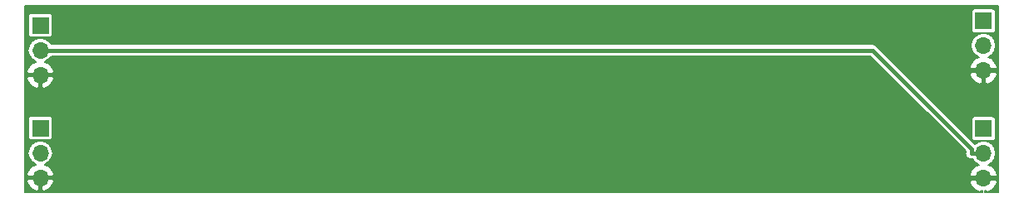
<source format=gbr>
G04 #@! TF.GenerationSoftware,KiCad,Pcbnew,(5.0.0)*
G04 #@! TF.CreationDate,2020-03-31T10:14:19-04:00*
G04 #@! TF.ProjectId,WS2812 STRIP 10CM,57533238313220535452495020313043,rev?*
G04 #@! TF.SameCoordinates,Original*
G04 #@! TF.FileFunction,Copper,L2,Bot,Signal*
G04 #@! TF.FilePolarity,Positive*
%FSLAX46Y46*%
G04 Gerber Fmt 4.6, Leading zero omitted, Abs format (unit mm)*
G04 Created by KiCad (PCBNEW (5.0.0)) date 03/31/20 10:14:19*
%MOMM*%
%LPD*%
G01*
G04 APERTURE LIST*
G04 #@! TA.AperFunction,ComponentPad*
%ADD10R,1.700000X1.700000*%
G04 #@! TD*
G04 #@! TA.AperFunction,ComponentPad*
%ADD11O,1.700000X1.700000*%
G04 #@! TD*
G04 #@! TA.AperFunction,ViaPad*
%ADD12C,0.800000*%
G04 #@! TD*
G04 #@! TA.AperFunction,Conductor*
%ADD13C,0.400000*%
G04 #@! TD*
G04 #@! TA.AperFunction,Conductor*
%ADD14C,0.200000*%
G04 #@! TD*
G04 APERTURE END LIST*
D10*
G04 #@! TO.P,J1,1*
G04 #@! TO.N,VCC*
X87000000Y-52460000D03*
D11*
G04 #@! TO.P,J1,2*
G04 #@! TO.N,SIG_IN*
X87000000Y-55000000D03*
G04 #@! TO.P,J1,3*
G04 #@! TO.N,GND*
X87000000Y-57540000D03*
G04 #@! TD*
G04 #@! TO.P,J2,3*
G04 #@! TO.N,GND*
X183000000Y-57080000D03*
G04 #@! TO.P,J2,2*
G04 #@! TO.N,SIG_OUT*
X183000000Y-54540000D03*
D10*
G04 #@! TO.P,J2,1*
G04 #@! TO.N,VCC*
X183000000Y-52000000D03*
G04 #@! TD*
D11*
G04 #@! TO.P,J3,3*
G04 #@! TO.N,GND*
X183000000Y-68080000D03*
G04 #@! TO.P,J3,2*
G04 #@! TO.N,SIG_IN*
X183000000Y-65540000D03*
D10*
G04 #@! TO.P,J3,1*
G04 #@! TO.N,VCC*
X183000000Y-63000000D03*
G04 #@! TD*
G04 #@! TO.P,J4,1*
G04 #@! TO.N,VCC*
X87000000Y-62960000D03*
D11*
G04 #@! TO.P,J4,2*
G04 #@! TO.N,SIG_OUT*
X87000000Y-65500000D03*
G04 #@! TO.P,J4,3*
G04 #@! TO.N,GND*
X87000000Y-68040000D03*
G04 #@! TD*
D12*
G04 #@! TO.N,GND*
X170500000Y-58000000D03*
X161500000Y-58000000D03*
X152500000Y-58000000D03*
X143500000Y-58000000D03*
X134500000Y-58000000D03*
X125500000Y-58000000D03*
X116500000Y-58000000D03*
X115000000Y-62500000D03*
X124000000Y-62500000D03*
X133000000Y-62500000D03*
X142000000Y-62500000D03*
X151000000Y-62500000D03*
X160000000Y-62500000D03*
X169000000Y-62500000D03*
X178000000Y-62500000D03*
X178000000Y-52500000D03*
X169000000Y-52500000D03*
X160500000Y-52500000D03*
X151000000Y-52500000D03*
X142000000Y-52500000D03*
X133000000Y-52500000D03*
X124000000Y-52500000D03*
X115000000Y-52500000D03*
X97000000Y-52500000D03*
X105500000Y-52500000D03*
X107500000Y-58000000D03*
X98500000Y-58000000D03*
X97000000Y-62500000D03*
X106000000Y-62500000D03*
G04 #@! TD*
D13*
G04 #@! TO.N,SIG_IN*
X183000000Y-65540000D02*
X181749700Y-65540000D01*
X181749700Y-65540000D02*
X181749700Y-65071100D01*
X181749700Y-65071100D02*
X171678600Y-55000000D01*
X171678600Y-55000000D02*
X87000000Y-55000000D01*
G04 #@! TD*
D14*
G04 #@! TO.N,GND*
G36*
X184525001Y-59953217D02*
X184525000Y-59953222D01*
X184525001Y-69525000D01*
X183154002Y-69525000D01*
X183154002Y-69377857D01*
X183378911Y-69487915D01*
X183888854Y-69235741D01*
X184263477Y-68807616D01*
X184407903Y-68458910D01*
X184296889Y-68234000D01*
X183154000Y-68234000D01*
X183154000Y-68254000D01*
X182846000Y-68254000D01*
X182846000Y-68234000D01*
X181703111Y-68234000D01*
X181592097Y-68458910D01*
X181736523Y-68807616D01*
X182111146Y-69235741D01*
X182621089Y-69487915D01*
X182845998Y-69377857D01*
X182845998Y-69525000D01*
X85475000Y-69525000D01*
X85475000Y-68418910D01*
X85592097Y-68418910D01*
X85736523Y-68767616D01*
X86111146Y-69195741D01*
X86621089Y-69447915D01*
X86846000Y-69337856D01*
X86846000Y-68194000D01*
X87154000Y-68194000D01*
X87154000Y-69337856D01*
X87378911Y-69447915D01*
X87888854Y-69195741D01*
X88263477Y-68767616D01*
X88407903Y-68418910D01*
X88296889Y-68194000D01*
X87154000Y-68194000D01*
X86846000Y-68194000D01*
X85703111Y-68194000D01*
X85592097Y-68418910D01*
X85475000Y-68418910D01*
X85475000Y-67661090D01*
X85592097Y-67661090D01*
X85703111Y-67886000D01*
X86846000Y-67886000D01*
X86846000Y-67866000D01*
X87154000Y-67866000D01*
X87154000Y-67886000D01*
X88296889Y-67886000D01*
X88407903Y-67661090D01*
X88263477Y-67312384D01*
X87888854Y-66884259D01*
X87475579Y-66679889D01*
X87487725Y-66677473D01*
X87901199Y-66401199D01*
X88177473Y-65987725D01*
X88274488Y-65500000D01*
X88177473Y-65012275D01*
X87901199Y-64598801D01*
X87487725Y-64322527D01*
X87123109Y-64250000D01*
X86876891Y-64250000D01*
X86512275Y-64322527D01*
X86098801Y-64598801D01*
X85822527Y-65012275D01*
X85725512Y-65500000D01*
X85822527Y-65987725D01*
X86098801Y-66401199D01*
X86512275Y-66677473D01*
X86524421Y-66679889D01*
X86111146Y-66884259D01*
X85736523Y-67312384D01*
X85592097Y-67661090D01*
X85475000Y-67661090D01*
X85475000Y-62110000D01*
X85742164Y-62110000D01*
X85742164Y-63810000D01*
X85773209Y-63966072D01*
X85861616Y-64098384D01*
X85993928Y-64186791D01*
X86150000Y-64217836D01*
X87850000Y-64217836D01*
X88006072Y-64186791D01*
X88138384Y-64098384D01*
X88226791Y-63966072D01*
X88257836Y-63810000D01*
X88257836Y-62110000D01*
X88226791Y-61953928D01*
X88138384Y-61821616D01*
X88006072Y-61733209D01*
X87850000Y-61702164D01*
X86150000Y-61702164D01*
X85993928Y-61733209D01*
X85861616Y-61821616D01*
X85773209Y-61953928D01*
X85742164Y-62110000D01*
X85475000Y-62110000D01*
X85475000Y-57918910D01*
X85592097Y-57918910D01*
X85736523Y-58267616D01*
X86111146Y-58695741D01*
X86621089Y-58947915D01*
X86846000Y-58837856D01*
X86846000Y-57694000D01*
X87154000Y-57694000D01*
X87154000Y-58837856D01*
X87378911Y-58947915D01*
X87888854Y-58695741D01*
X88263477Y-58267616D01*
X88407903Y-57918910D01*
X88296889Y-57694000D01*
X87154000Y-57694000D01*
X86846000Y-57694000D01*
X85703111Y-57694000D01*
X85592097Y-57918910D01*
X85475000Y-57918910D01*
X85475000Y-57161090D01*
X85592097Y-57161090D01*
X85703111Y-57386000D01*
X86846000Y-57386000D01*
X86846000Y-57366000D01*
X87154000Y-57366000D01*
X87154000Y-57386000D01*
X88296889Y-57386000D01*
X88407903Y-57161090D01*
X88263477Y-56812384D01*
X87888854Y-56384259D01*
X87475579Y-56179889D01*
X87487725Y-56177473D01*
X87901199Y-55901199D01*
X88102453Y-55600000D01*
X171430073Y-55600000D01*
X181149700Y-65319628D01*
X181149700Y-65480909D01*
X181137946Y-65540000D01*
X181184513Y-65774108D01*
X181317125Y-65972575D01*
X181515592Y-66105187D01*
X181749700Y-66151754D01*
X181808791Y-66140000D01*
X181897547Y-66140000D01*
X182098801Y-66441199D01*
X182512275Y-66717473D01*
X182524421Y-66719889D01*
X182111146Y-66924259D01*
X181736523Y-67352384D01*
X181592097Y-67701090D01*
X181703111Y-67926000D01*
X182846000Y-67926000D01*
X182846000Y-67906000D01*
X183154000Y-67906000D01*
X183154000Y-67926000D01*
X184296889Y-67926000D01*
X184407903Y-67701090D01*
X184263477Y-67352384D01*
X183888854Y-66924259D01*
X183475579Y-66719889D01*
X183487725Y-66717473D01*
X183901199Y-66441199D01*
X184177473Y-66027725D01*
X184274488Y-65540000D01*
X184177473Y-65052275D01*
X183901199Y-64638801D01*
X183487725Y-64362527D01*
X183123109Y-64290000D01*
X182876891Y-64290000D01*
X182512275Y-64362527D01*
X182140745Y-64610775D01*
X182132181Y-64605053D01*
X179677128Y-62150000D01*
X181742164Y-62150000D01*
X181742164Y-63850000D01*
X181773209Y-64006072D01*
X181861616Y-64138384D01*
X181993928Y-64226791D01*
X182150000Y-64257836D01*
X183850000Y-64257836D01*
X184006072Y-64226791D01*
X184138384Y-64138384D01*
X184226791Y-64006072D01*
X184257836Y-63850000D01*
X184257836Y-62150000D01*
X184226791Y-61993928D01*
X184138384Y-61861616D01*
X184006072Y-61773209D01*
X183850000Y-61742164D01*
X182150000Y-61742164D01*
X181993928Y-61773209D01*
X181861616Y-61861616D01*
X181773209Y-61993928D01*
X181742164Y-62150000D01*
X179677128Y-62150000D01*
X174986038Y-57458910D01*
X181592097Y-57458910D01*
X181736523Y-57807616D01*
X182111146Y-58235741D01*
X182621089Y-58487915D01*
X182846000Y-58377856D01*
X182846000Y-57234000D01*
X183154000Y-57234000D01*
X183154000Y-58377856D01*
X183378911Y-58487915D01*
X183888854Y-58235741D01*
X184263477Y-57807616D01*
X184407903Y-57458910D01*
X184296889Y-57234000D01*
X183154000Y-57234000D01*
X182846000Y-57234000D01*
X181703111Y-57234000D01*
X181592097Y-57458910D01*
X174986038Y-57458910D01*
X174228218Y-56701090D01*
X181592097Y-56701090D01*
X181703111Y-56926000D01*
X182846000Y-56926000D01*
X182846000Y-56906000D01*
X183154000Y-56906000D01*
X183154000Y-56926000D01*
X184296889Y-56926000D01*
X184407903Y-56701090D01*
X184263477Y-56352384D01*
X183888854Y-55924259D01*
X183475579Y-55719889D01*
X183487725Y-55717473D01*
X183901199Y-55441199D01*
X184177473Y-55027725D01*
X184274488Y-54540000D01*
X184177473Y-54052275D01*
X183901199Y-53638801D01*
X183487725Y-53362527D01*
X183123109Y-53290000D01*
X182876891Y-53290000D01*
X182512275Y-53362527D01*
X182098801Y-53638801D01*
X181822527Y-54052275D01*
X181725512Y-54540000D01*
X181822527Y-55027725D01*
X182098801Y-55441199D01*
X182512275Y-55717473D01*
X182524421Y-55719889D01*
X182111146Y-55924259D01*
X181736523Y-56352384D01*
X181592097Y-56701090D01*
X174228218Y-56701090D01*
X172144649Y-54617522D01*
X172111175Y-54567425D01*
X171912708Y-54434813D01*
X171737691Y-54400000D01*
X171737686Y-54400000D01*
X171678600Y-54388247D01*
X171619514Y-54400000D01*
X88102453Y-54400000D01*
X87901199Y-54098801D01*
X87487725Y-53822527D01*
X87123109Y-53750000D01*
X86876891Y-53750000D01*
X86512275Y-53822527D01*
X86098801Y-54098801D01*
X85822527Y-54512275D01*
X85725512Y-55000000D01*
X85822527Y-55487725D01*
X86098801Y-55901199D01*
X86512275Y-56177473D01*
X86524421Y-56179889D01*
X86111146Y-56384259D01*
X85736523Y-56812384D01*
X85592097Y-57161090D01*
X85475000Y-57161090D01*
X85475000Y-51610000D01*
X85742164Y-51610000D01*
X85742164Y-53310000D01*
X85773209Y-53466072D01*
X85861616Y-53598384D01*
X85993928Y-53686791D01*
X86150000Y-53717836D01*
X87850000Y-53717836D01*
X88006072Y-53686791D01*
X88138384Y-53598384D01*
X88226791Y-53466072D01*
X88257836Y-53310000D01*
X88257836Y-51610000D01*
X88226791Y-51453928D01*
X88138384Y-51321616D01*
X88006072Y-51233209D01*
X87850000Y-51202164D01*
X86150000Y-51202164D01*
X85993928Y-51233209D01*
X85861616Y-51321616D01*
X85773209Y-51453928D01*
X85742164Y-51610000D01*
X85475000Y-51610000D01*
X85475000Y-51150000D01*
X181742164Y-51150000D01*
X181742164Y-52850000D01*
X181773209Y-53006072D01*
X181861616Y-53138384D01*
X181993928Y-53226791D01*
X182150000Y-53257836D01*
X183850000Y-53257836D01*
X184006072Y-53226791D01*
X184138384Y-53138384D01*
X184226791Y-53006072D01*
X184257836Y-52850000D01*
X184257836Y-51150000D01*
X184226791Y-50993928D01*
X184138384Y-50861616D01*
X184006072Y-50773209D01*
X183850000Y-50742164D01*
X182150000Y-50742164D01*
X181993928Y-50773209D01*
X181861616Y-50861616D01*
X181773209Y-50993928D01*
X181742164Y-51150000D01*
X85475000Y-51150000D01*
X85475000Y-50475000D01*
X184525000Y-50475000D01*
X184525001Y-59953217D01*
X184525001Y-59953217D01*
G37*
X184525001Y-59953217D02*
X184525000Y-59953222D01*
X184525001Y-69525000D01*
X183154002Y-69525000D01*
X183154002Y-69377857D01*
X183378911Y-69487915D01*
X183888854Y-69235741D01*
X184263477Y-68807616D01*
X184407903Y-68458910D01*
X184296889Y-68234000D01*
X183154000Y-68234000D01*
X183154000Y-68254000D01*
X182846000Y-68254000D01*
X182846000Y-68234000D01*
X181703111Y-68234000D01*
X181592097Y-68458910D01*
X181736523Y-68807616D01*
X182111146Y-69235741D01*
X182621089Y-69487915D01*
X182845998Y-69377857D01*
X182845998Y-69525000D01*
X85475000Y-69525000D01*
X85475000Y-68418910D01*
X85592097Y-68418910D01*
X85736523Y-68767616D01*
X86111146Y-69195741D01*
X86621089Y-69447915D01*
X86846000Y-69337856D01*
X86846000Y-68194000D01*
X87154000Y-68194000D01*
X87154000Y-69337856D01*
X87378911Y-69447915D01*
X87888854Y-69195741D01*
X88263477Y-68767616D01*
X88407903Y-68418910D01*
X88296889Y-68194000D01*
X87154000Y-68194000D01*
X86846000Y-68194000D01*
X85703111Y-68194000D01*
X85592097Y-68418910D01*
X85475000Y-68418910D01*
X85475000Y-67661090D01*
X85592097Y-67661090D01*
X85703111Y-67886000D01*
X86846000Y-67886000D01*
X86846000Y-67866000D01*
X87154000Y-67866000D01*
X87154000Y-67886000D01*
X88296889Y-67886000D01*
X88407903Y-67661090D01*
X88263477Y-67312384D01*
X87888854Y-66884259D01*
X87475579Y-66679889D01*
X87487725Y-66677473D01*
X87901199Y-66401199D01*
X88177473Y-65987725D01*
X88274488Y-65500000D01*
X88177473Y-65012275D01*
X87901199Y-64598801D01*
X87487725Y-64322527D01*
X87123109Y-64250000D01*
X86876891Y-64250000D01*
X86512275Y-64322527D01*
X86098801Y-64598801D01*
X85822527Y-65012275D01*
X85725512Y-65500000D01*
X85822527Y-65987725D01*
X86098801Y-66401199D01*
X86512275Y-66677473D01*
X86524421Y-66679889D01*
X86111146Y-66884259D01*
X85736523Y-67312384D01*
X85592097Y-67661090D01*
X85475000Y-67661090D01*
X85475000Y-62110000D01*
X85742164Y-62110000D01*
X85742164Y-63810000D01*
X85773209Y-63966072D01*
X85861616Y-64098384D01*
X85993928Y-64186791D01*
X86150000Y-64217836D01*
X87850000Y-64217836D01*
X88006072Y-64186791D01*
X88138384Y-64098384D01*
X88226791Y-63966072D01*
X88257836Y-63810000D01*
X88257836Y-62110000D01*
X88226791Y-61953928D01*
X88138384Y-61821616D01*
X88006072Y-61733209D01*
X87850000Y-61702164D01*
X86150000Y-61702164D01*
X85993928Y-61733209D01*
X85861616Y-61821616D01*
X85773209Y-61953928D01*
X85742164Y-62110000D01*
X85475000Y-62110000D01*
X85475000Y-57918910D01*
X85592097Y-57918910D01*
X85736523Y-58267616D01*
X86111146Y-58695741D01*
X86621089Y-58947915D01*
X86846000Y-58837856D01*
X86846000Y-57694000D01*
X87154000Y-57694000D01*
X87154000Y-58837856D01*
X87378911Y-58947915D01*
X87888854Y-58695741D01*
X88263477Y-58267616D01*
X88407903Y-57918910D01*
X88296889Y-57694000D01*
X87154000Y-57694000D01*
X86846000Y-57694000D01*
X85703111Y-57694000D01*
X85592097Y-57918910D01*
X85475000Y-57918910D01*
X85475000Y-57161090D01*
X85592097Y-57161090D01*
X85703111Y-57386000D01*
X86846000Y-57386000D01*
X86846000Y-57366000D01*
X87154000Y-57366000D01*
X87154000Y-57386000D01*
X88296889Y-57386000D01*
X88407903Y-57161090D01*
X88263477Y-56812384D01*
X87888854Y-56384259D01*
X87475579Y-56179889D01*
X87487725Y-56177473D01*
X87901199Y-55901199D01*
X88102453Y-55600000D01*
X171430073Y-55600000D01*
X181149700Y-65319628D01*
X181149700Y-65480909D01*
X181137946Y-65540000D01*
X181184513Y-65774108D01*
X181317125Y-65972575D01*
X181515592Y-66105187D01*
X181749700Y-66151754D01*
X181808791Y-66140000D01*
X181897547Y-66140000D01*
X182098801Y-66441199D01*
X182512275Y-66717473D01*
X182524421Y-66719889D01*
X182111146Y-66924259D01*
X181736523Y-67352384D01*
X181592097Y-67701090D01*
X181703111Y-67926000D01*
X182846000Y-67926000D01*
X182846000Y-67906000D01*
X183154000Y-67906000D01*
X183154000Y-67926000D01*
X184296889Y-67926000D01*
X184407903Y-67701090D01*
X184263477Y-67352384D01*
X183888854Y-66924259D01*
X183475579Y-66719889D01*
X183487725Y-66717473D01*
X183901199Y-66441199D01*
X184177473Y-66027725D01*
X184274488Y-65540000D01*
X184177473Y-65052275D01*
X183901199Y-64638801D01*
X183487725Y-64362527D01*
X183123109Y-64290000D01*
X182876891Y-64290000D01*
X182512275Y-64362527D01*
X182140745Y-64610775D01*
X182132181Y-64605053D01*
X179677128Y-62150000D01*
X181742164Y-62150000D01*
X181742164Y-63850000D01*
X181773209Y-64006072D01*
X181861616Y-64138384D01*
X181993928Y-64226791D01*
X182150000Y-64257836D01*
X183850000Y-64257836D01*
X184006072Y-64226791D01*
X184138384Y-64138384D01*
X184226791Y-64006072D01*
X184257836Y-63850000D01*
X184257836Y-62150000D01*
X184226791Y-61993928D01*
X184138384Y-61861616D01*
X184006072Y-61773209D01*
X183850000Y-61742164D01*
X182150000Y-61742164D01*
X181993928Y-61773209D01*
X181861616Y-61861616D01*
X181773209Y-61993928D01*
X181742164Y-62150000D01*
X179677128Y-62150000D01*
X174986038Y-57458910D01*
X181592097Y-57458910D01*
X181736523Y-57807616D01*
X182111146Y-58235741D01*
X182621089Y-58487915D01*
X182846000Y-58377856D01*
X182846000Y-57234000D01*
X183154000Y-57234000D01*
X183154000Y-58377856D01*
X183378911Y-58487915D01*
X183888854Y-58235741D01*
X184263477Y-57807616D01*
X184407903Y-57458910D01*
X184296889Y-57234000D01*
X183154000Y-57234000D01*
X182846000Y-57234000D01*
X181703111Y-57234000D01*
X181592097Y-57458910D01*
X174986038Y-57458910D01*
X174228218Y-56701090D01*
X181592097Y-56701090D01*
X181703111Y-56926000D01*
X182846000Y-56926000D01*
X182846000Y-56906000D01*
X183154000Y-56906000D01*
X183154000Y-56926000D01*
X184296889Y-56926000D01*
X184407903Y-56701090D01*
X184263477Y-56352384D01*
X183888854Y-55924259D01*
X183475579Y-55719889D01*
X183487725Y-55717473D01*
X183901199Y-55441199D01*
X184177473Y-55027725D01*
X184274488Y-54540000D01*
X184177473Y-54052275D01*
X183901199Y-53638801D01*
X183487725Y-53362527D01*
X183123109Y-53290000D01*
X182876891Y-53290000D01*
X182512275Y-53362527D01*
X182098801Y-53638801D01*
X181822527Y-54052275D01*
X181725512Y-54540000D01*
X181822527Y-55027725D01*
X182098801Y-55441199D01*
X182512275Y-55717473D01*
X182524421Y-55719889D01*
X182111146Y-55924259D01*
X181736523Y-56352384D01*
X181592097Y-56701090D01*
X174228218Y-56701090D01*
X172144649Y-54617522D01*
X172111175Y-54567425D01*
X171912708Y-54434813D01*
X171737691Y-54400000D01*
X171737686Y-54400000D01*
X171678600Y-54388247D01*
X171619514Y-54400000D01*
X88102453Y-54400000D01*
X87901199Y-54098801D01*
X87487725Y-53822527D01*
X87123109Y-53750000D01*
X86876891Y-53750000D01*
X86512275Y-53822527D01*
X86098801Y-54098801D01*
X85822527Y-54512275D01*
X85725512Y-55000000D01*
X85822527Y-55487725D01*
X86098801Y-55901199D01*
X86512275Y-56177473D01*
X86524421Y-56179889D01*
X86111146Y-56384259D01*
X85736523Y-56812384D01*
X85592097Y-57161090D01*
X85475000Y-57161090D01*
X85475000Y-51610000D01*
X85742164Y-51610000D01*
X85742164Y-53310000D01*
X85773209Y-53466072D01*
X85861616Y-53598384D01*
X85993928Y-53686791D01*
X86150000Y-53717836D01*
X87850000Y-53717836D01*
X88006072Y-53686791D01*
X88138384Y-53598384D01*
X88226791Y-53466072D01*
X88257836Y-53310000D01*
X88257836Y-51610000D01*
X88226791Y-51453928D01*
X88138384Y-51321616D01*
X88006072Y-51233209D01*
X87850000Y-51202164D01*
X86150000Y-51202164D01*
X85993928Y-51233209D01*
X85861616Y-51321616D01*
X85773209Y-51453928D01*
X85742164Y-51610000D01*
X85475000Y-51610000D01*
X85475000Y-51150000D01*
X181742164Y-51150000D01*
X181742164Y-52850000D01*
X181773209Y-53006072D01*
X181861616Y-53138384D01*
X181993928Y-53226791D01*
X182150000Y-53257836D01*
X183850000Y-53257836D01*
X184006072Y-53226791D01*
X184138384Y-53138384D01*
X184226791Y-53006072D01*
X184257836Y-52850000D01*
X184257836Y-51150000D01*
X184226791Y-50993928D01*
X184138384Y-50861616D01*
X184006072Y-50773209D01*
X183850000Y-50742164D01*
X182150000Y-50742164D01*
X181993928Y-50773209D01*
X181861616Y-50861616D01*
X181773209Y-50993928D01*
X181742164Y-51150000D01*
X85475000Y-51150000D01*
X85475000Y-50475000D01*
X184525000Y-50475000D01*
X184525001Y-59953217D01*
G04 #@! TD*
M02*

</source>
